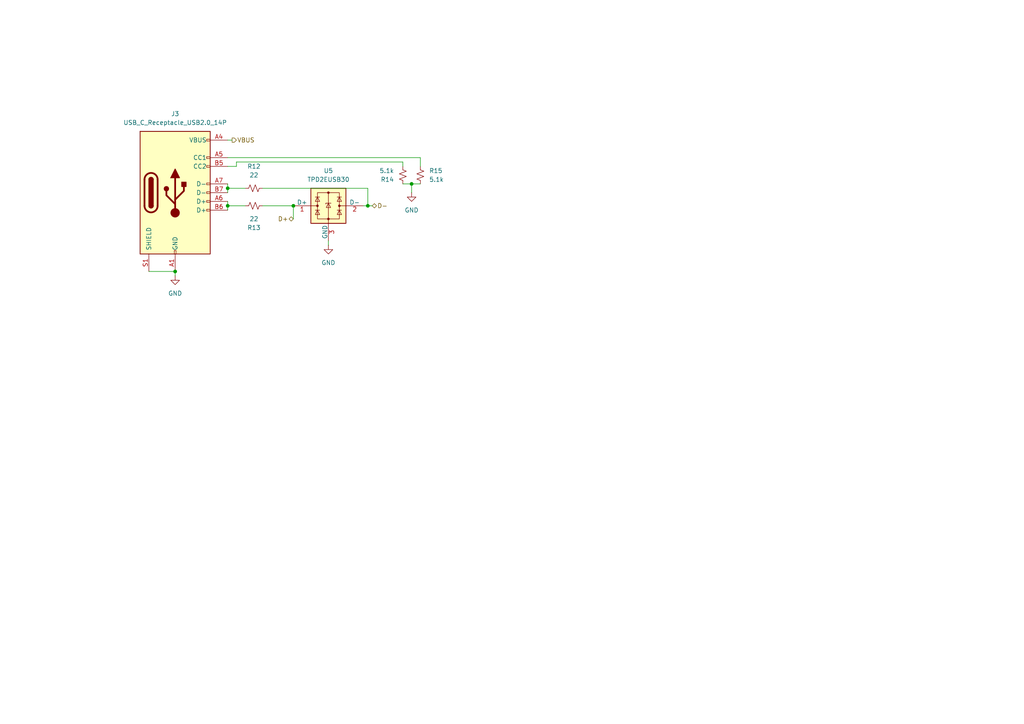
<source format=kicad_sch>
(kicad_sch (version 20250114) (generator "eeschema") (generator_version "9.0")
  (paper "A4")
  (lib_symbols
    (symbol "Connector:USB_C_Receptacle_USB2.0_14P" (pin_names (offset 1.016))
      (property "Reference" "J" (at 0 22.225 0))
      (property "Value" "USB_C_Receptacle_USB2.0_14P" (at 0 19.685 0))
      (symbol "USB_C_Receptacle_USB2.0_14P_0_0"
        (rectangle (start -0.254 -17.78) (end 0.254 -16.764))
        (rectangle (start 10.16 15.494) (end 9.144 14.986))
        (rectangle (start 10.16 10.414) (end 9.144 9.906))
        (rectangle (start 10.16 7.874) (end 9.144 7.366))
        (rectangle (start 10.16 2.794) (end 9.144 2.286))
        (rectangle (start 10.16 0.254) (end 9.144 -0.254))
        (rectangle (start 10.16 -2.286) (end 9.144 -2.794))
        (rectangle (start 10.16 -4.826) (end 9.144 -5.334))
      )
      (symbol "USB_C_Receptacle_USB2.0_14P_0_1"
        (rectangle (start -10.16 17.78) (end 10.16 -17.78) (stroke (width 0.254)) (fill (type background)))
        (polyline (pts (xy -8.89 -3.81) (xy -8.89 3.81)) (stroke (width 0.508)))
        (rectangle (start -7.62 -3.81) (end -6.35 3.81) (stroke (width 0.254)) (fill (type outline)))
        (arc (start -7.62 3.81) (mid -6.985 4.4423) (end -6.35 3.81) (stroke (width 0.254)))
        (arc (start -7.62 3.81) (mid -6.985 4.4423) (end -6.35 3.81) (stroke (width 0.254)) (fill (type outline)))
        (arc (start -8.89 3.81) (mid -6.985 5.7067) (end -5.08 3.81) (stroke (width 0.508)))
        (arc (start -5.08 -3.81) (mid -6.985 -5.7067) (end -8.89 -3.81) (stroke (width 0.508)))
        (arc (start -6.35 -3.81) (mid -6.985 -4.4423) (end -7.62 -3.81) (stroke (width 0.254)))
        (arc (start -6.35 -3.81) (mid -6.985 -4.4423) (end -7.62 -3.81) (stroke (width 0.254)) (fill (type outline)))
        (polyline (pts (xy -5.08 3.81) (xy -5.08 -3.81)) (stroke (width 0.508)))
        (circle (center -2.54 1.143) (radius 0.635) (stroke (width 0.254)) (fill (type outline)))
        (polyline (pts (xy -1.27 4.318) (xy 0 6.858) (xy 1.27 4.318) (xy -1.27 4.318)) (stroke (width 0.254)) (fill (type outline)))
        (polyline (pts (xy 0 -2.032) (xy 2.54 0.508) (xy 2.54 1.778)) (stroke (width 0.508)))
        (polyline (pts (xy 0 -3.302) (xy -2.54 -0.762) (xy -2.54 0.508)) (stroke (width 0.508)))
        (polyline (pts (xy 0 -5.842) (xy 0 4.318)) (stroke (width 0.508)))
        (circle (center 0 -5.842) (radius 1.27) (fill (type outline)))
        (rectangle (start 1.905 1.778) (end 3.175 3.048) (stroke (width 0.254)) (fill (type outline)))
      )
      (symbol "USB_C_Receptacle_USB2.0_14P_1_1"
        (pin passive line (at -7.62 -22.86 90) (length 5.08) (name "SHIELD") (number "S1"))
        (pin passive line (at 0 -22.86 90) (length 5.08) (name "GND") (number "A1"))
        (pin passive line (at 0 -22.86 90) (length 5.08) (hide yes) (name "GND") (number "A12"))
        (pin passive line (at 0 -22.86 90) (length 5.08) (hide yes) (name "GND") (number "B1"))
        (pin passive line (at 0 -22.86 90) (length 5.08) (hide yes) (name "GND") (number "B12"))
        (pin passive line (at 15.24 15.24 180) (length 5.08) (name "VBUS") (number "A4"))
        (pin passive line (at 15.24 15.24 180) (length 5.08) (hide yes) (name "VBUS") (number "A9"))
        (pin passive line (at 15.24 15.24 180) (length 5.08) (hide yes) (name "VBUS") (number "B4"))
        (pin passive line (at 15.24 15.24 180) (length 5.08) (hide yes) (name "VBUS") (number "B9"))
        (pin bidirectional line (at 15.24 10.16 180) (length 5.08) (name "CC1") (number "A5"))
        (pin bidirectional line (at 15.24 7.62 180) (length 5.08) (name "CC2") (number "B5"))
        (pin bidirectional line (at 15.24 2.54 180) (length 5.08) (name "D-") (number "A7"))
        (pin bidirectional line (at 15.24 0 180) (length 5.08) (name "D-") (number "B7"))
        (pin bidirectional line (at 15.24 -2.54 180) (length 5.08) (name "D+") (number "A6"))
        (pin bidirectional line (at 15.24 -5.08 180) (length 5.08) (name "D+") (number "B6"))
      )
    )
    (symbol "Device:R_Small_US" (pin_numbers (hide yes)) (pin_names (offset 0.254) (hide yes))
      (property "Reference" "R" (at 0.762 0.508 0))
      (property "Value" "R_Small_US" (at 0.762 -1.016 0))
      (symbol "R_Small_US_1_1"
        (polyline (pts (xy 0 1.524) (xy 1.016 1.143) (xy 0 0.762) (xy -1.016 0.381) (xy 0 0)))
        (polyline (pts (xy 0 0) (xy 1.016 -0.381) (xy 0 -0.762) (xy -1.016 -1.143) (xy 0 -1.524)))
        (pin passive line (at 0 2.54 270) (length 1.016) (name "~") (number "1"))
        (pin passive line (at 0 -2.54 90) (length 1.016) (name "~") (number "2"))
      )
    )
    (symbol "Power_Protection:TPD2EUSB30" (pin_names (offset 0))
      (property "Reference" "U" (at 0 6.35 0))
      (property "Value" "TPD2EUSB30" (at 7.62 -7.62 0))
      (symbol "TPD2EUSB30_0_1"
        (rectangle (start -5.08 5.08) (end 5.08 -5.08) (stroke (width 0.254)) (fill (type background)))
        (polyline (pts (xy -5.08 0) (xy -3.175 0)))
        (polyline (pts (xy -3.81 2.54) (xy -2.54 2.54)))
        (polyline (pts (xy -3.81 -1.27) (xy -2.54 -1.27)))
        (rectangle (start -3.175 3.81) (end 3.175 -3.81))
        (circle (center -3.175 0) (radius 0.2794) (fill (type outline)))
        (polyline (pts (xy -2.54 1.27) (xy -3.81 1.27) (xy -3.175 2.54) (xy -2.54 1.27)))
        (polyline (pts (xy -2.54 -2.54) (xy -3.81 -2.54) (xy -3.175 -1.27) (xy -2.54 -2.54)))
        (circle (center 0 3.81) (radius 0.2794) (fill (type outline)))
        (polyline (pts (xy 0 3.81) (xy 0 -5.08)))
        (circle (center 0 -3.81) (radius 0.2794) (fill (type outline)))
        (polyline (pts (xy 0.635 -0.508) (xy -0.635 -0.508) (xy 0 0.762) (xy 0.635 -0.508)))
        (polyline (pts (xy 0.762 0.762) (xy -0.762 0.762) (xy -0.762 0.508)))
        (polyline (pts (xy 2.54 2.54) (xy 3.81 2.54)))
        (polyline (pts (xy 2.54 -1.27) (xy 3.81 -1.27)))
        (circle (center 3.175 0) (radius 0.2794) (fill (type outline)))
        (polyline (pts (xy 3.81 1.27) (xy 2.54 1.27) (xy 3.175 2.54) (xy 3.81 1.27)))
        (polyline (pts (xy 3.81 -2.54) (xy 2.54 -2.54) (xy 3.175 -1.27) (xy 3.81 -2.54)))
        (polyline (pts (xy 5.08 0) (xy 3.175 0)))
      )
      (symbol "TPD2EUSB30_1_1"
        (pin passive line (at -10.16 0 0) (length 5.08) (name "D+") (number "1"))
        (pin passive line (at 0 -10.16 90) (length 5.08) (name "GND") (number "3"))
        (pin passive line (at 10.16 0 180) (length 5.08) (name "D-") (number "2"))
      )
    )
    (symbol "power:GND" (power) (pin_numbers (hide yes)) (pin_names (offset 0) (hide yes))
      (property "Value" "GND" (at 0 -3.81 0))
      (symbol "GND_0_1"
        (polyline (pts (xy 0 0) (xy 0 -1.27) (xy 1.27 -1.27) (xy 0 -2.54) (xy -1.27 -1.27) (xy 0 -1.27)))
      )
      (symbol "GND_1_1"
        (pin power_in line (at 0 0 270) (length 0) (name "~") (number "1"))
      )
    )
  )
  (junction (at 119.38 53.34))
  (junction (at 85.09 59.69))
  (junction (at 50.8 78.74))
  (junction (at 66.04 54.61))
  (junction (at 106.68 59.69))
  (junction (at 66.04 59.69))
  (wire (pts (xy 66.04 58.42) (xy 66.04 59.69)))
  (wire (pts (xy 50.8 78.74) (xy 50.8 80.01)))
  (wire (pts (xy 43.18 78.74) (xy 50.8 78.74)))
  (wire (pts (xy 116.84 48.26) (xy 116.84 46.99)))
  (wire (pts (xy 66.04 53.34) (xy 66.04 54.61)))
  (wire (pts (xy 66.04 45.72) (xy 121.92 45.72)))
  (wire (pts (xy 95.25 69.85) (xy 95.25 71.12)))
  (wire (pts (xy 66.04 59.69) (xy 66.04 60.96)))
  (wire (pts (xy 116.84 46.99) (xy 68.58 46.99)))
  (wire (pts (xy 85.09 59.69) (xy 76.2 59.69)))
  (wire (pts (xy 66.04 59.69) (xy 71.12 59.69)))
  (wire (pts (xy 68.58 48.26) (xy 66.04 48.26)))
  (wire (pts (xy 121.92 48.26) (xy 121.92 45.72)))
  (wire (pts (xy 116.84 53.34) (xy 119.38 53.34)))
  (wire (pts (xy 119.38 55.88) (xy 119.38 53.34)))
  (wire (pts (xy 106.68 54.61) (xy 76.2 54.61)))
  (wire (pts (xy 119.38 53.34) (xy 121.92 53.34)))
  (wire (pts (xy 105.41 59.69) (xy 106.68 59.69)))
  (wire (pts (xy 66.04 40.64) (xy 67.31 40.64)))
  (wire (pts (xy 85.09 63.5) (xy 85.09 59.69)))
  (wire (pts (xy 106.68 59.69) (xy 107.95 59.69)))
  (wire (pts (xy 66.04 54.61) (xy 66.04 55.88)))
  (wire (pts (xy 66.04 54.61) (xy 71.12 54.61)))
  (wire (pts (xy 68.58 46.99) (xy 68.58 48.26)))
  (wire (pts (xy 106.68 59.69) (xy 106.68 54.61)))
  (hierarchical_label "D+" (shape bidirectional) (at 85.09 63.5 180))
  (hierarchical_label "D-" (shape bidirectional) (at 107.95 59.69 0))
  (hierarchical_label "VBUS" (shape output) (at 67.31 40.64 0))
  (symbol (lib_id "Device:R_Small_US") (at 73.66 59.69 270) (unit 1)
    (property "Reference" "R13" (at 73.66 66.04 90))
    (property "Value" "22" (at 73.66 63.5 90))
    (property "Footprint" "Resistor_SMD:R_0805_2012Metric_Pad1.20x1.40mm_HandSolder" (effects (hide yes)))
    (property "Description" "Resistor, small US symbol" (effects (hide yes)))
  )
  (symbol (lib_id "power:GND") (at 95.25 71.12 0) (unit 1)
    (property "Reference" "#PWR013" (effects (hide yes)))
    (property "Value" "GND" (at 95.25 76.2 0))
    (property "Description" "Power symbol creates a global label with name \"GND\" , ground" (effects (hide yes)))
  )
  (symbol (lib_id "power:GND") (at 119.38 55.88 0) (unit 1)
    (property "Reference" "#PWR027" (effects (hide yes)))
    (property "Value" "GND" (at 119.38 60.96 0))
    (property "Description" "Power symbol creates a global label with name \"GND\" , ground" (effects (hide yes)))
  )
  (symbol (lib_id "Device:R_Small_US") (at 116.84 50.8 0) (unit 1)
    (property "Reference" "R14" (at 114.3 52.0701 0) (effects (justify right)))
    (property "Value" "5.1k" (at 114.3 49.5301 0) (effects (justify right)))
    (property "Footprint" "Resistor_SMD:R_0805_2012Metric_Pad1.20x1.40mm_HandSolder" (effects (hide yes)))
    (property "Description" "Resistor, small US symbol" (effects (hide yes)))
  )
  (symbol (lib_id "Power_Protection:TPD2EUSB30") (at 95.25 59.69 0) (unit 1)
    (property "Reference" "U5" (at 95.25 49.53 0))
    (property "Value" "TPD2EUSB30" (at 95.25 52.07 0))
    (property "Footprint" "Package_TO_SOT_SMD:Texas_DRT-3" (effects (hide yes)))
    (property "Datasheet" "http://www.ti.com/lit/ds/symlink/tpd2eusb30a.pdf" (effects (hide yes)))
    (property "Description" "2-Channel ESD Protection for Super-Speed USB 3.0 Interface, DRT-3" (effects (hide yes)))
  )
  (symbol (lib_id "Connector:USB_C_Receptacle_USB2.0_14P") (at 50.8 55.88 0) (unit 1)
    (property "Reference" "J3" (at 50.8 33.02 0))
    (property "Value" "USB_C_Receptacle_USB2.0_14P" (at 50.8 35.56 0))
    (property "Footprint" "Connector_USB:USB_C_Receptacle_HRO_TYPE-C-31-M-12" (effects (hide yes)))
    (property "Datasheet" "https://www.usb.org/sites/default/files/documents/usb_type-c.zip" (effects (hide yes)))
    (property "Description" "USB 2.0-only 14P Type-C Receptacle connector" (effects (hide yes)))
  )
  (symbol (lib_id "power:GND") (at 50.8 80.01 0) (unit 1)
    (property "Reference" "#PWR021" (effects (hide yes)))
    (property "Value" "GND" (at 50.8 85.09 0))
    (property "Description" "Power symbol creates a global label with name \"GND\" , ground" (effects (hide yes)))
  )
  (symbol (lib_id "Device:R_Small_US") (at 73.66 54.61 90) (unit 1)
    (property "Reference" "R12" (at 73.66 48.26 90))
    (property "Value" "22" (at 73.66 50.8 90))
    (property "Footprint" "Resistor_SMD:R_0805_2012Metric_Pad1.20x1.40mm_HandSolder" (effects (hide yes)))
    (property "Description" "Resistor, small US symbol" (effects (hide yes)))
  )
  (symbol (lib_id "Device:R_Small_US") (at 121.92 50.8 180) (unit 1)
    (property "Reference" "R15" (at 124.46 49.5299 0) (effects (justify right)))
    (property "Value" "5.1k" (at 124.46 52.0699 0) (effects (justify right)))
    (property "Footprint" "Resistor_SMD:R_0805_2012Metric_Pad1.20x1.40mm_HandSolder" (effects (hide yes)))
    (property "Description" "Resistor, small US symbol" (effects (hide yes)))
  )
)
</source>
